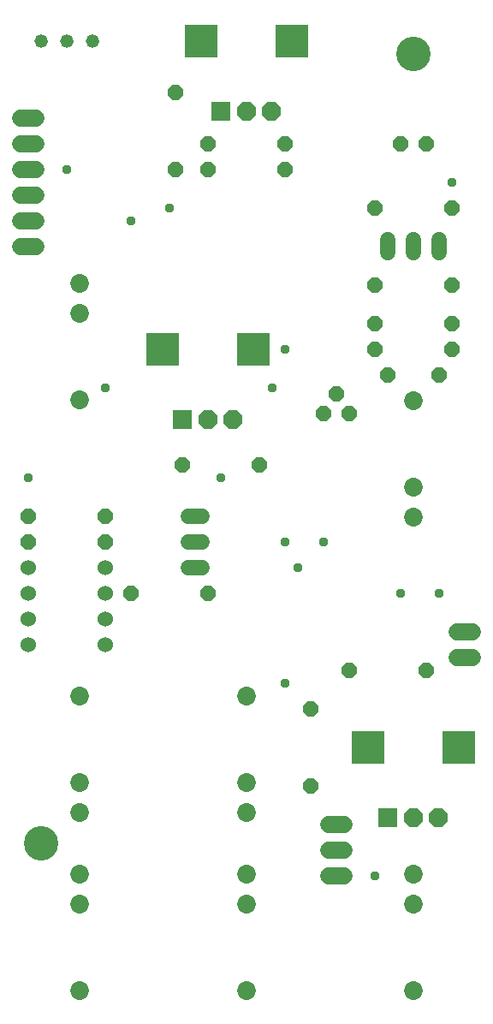
<source format=gbr>
G04 EAGLE Gerber RS-274X export*
G75*
%MOMM*%
%FSLAX34Y34*%
%LPD*%
%INSoldermask Top*%
%IPPOS*%
%AMOC8*
5,1,8,0,0,1.08239X$1,22.5*%
G01*
%ADD10C,3.403600*%
%ADD11C,1.853200*%
%ADD12P,1.649562X8X202.500000*%
%ADD13C,1.524000*%
%ADD14C,1.524000*%
%ADD15R,1.879600X1.879600*%
%ADD16P,2.034460X8X292.500000*%
%ADD17R,3.319200X3.319200*%
%ADD18P,1.649562X8X22.500000*%
%ADD19P,1.649562X8X112.500000*%
%ADD20C,1.320800*%
%ADD21C,1.727200*%
%ADD22C,0.959600*%


D10*
X38100Y171450D03*
X406400Y952500D03*
D11*
X406400Y608800D03*
X406400Y523800D03*
X406400Y493800D03*
D12*
X419100Y342900D03*
X342900Y342900D03*
D13*
X101600Y368300D03*
X101600Y393700D03*
X25400Y393700D03*
X25400Y368300D03*
X101600Y419100D03*
X101600Y444500D03*
X25400Y419100D03*
X25400Y444500D03*
D14*
X183896Y495300D02*
X197104Y495300D01*
X197104Y444500D02*
X183896Y444500D01*
X183896Y469900D02*
X197104Y469900D01*
D15*
X381400Y196700D03*
D16*
X406400Y196700D03*
X431400Y196700D03*
D17*
X451400Y266700D03*
X361400Y266700D03*
D14*
X381000Y755396D02*
X381000Y768604D01*
X431800Y768604D02*
X431800Y755396D01*
X406400Y755396D02*
X406400Y768604D01*
D18*
X393700Y863600D03*
X419100Y863600D03*
D19*
X304800Y228600D03*
X304800Y304800D03*
D18*
X317500Y596900D03*
X330200Y615950D03*
X342900Y596900D03*
D12*
X431800Y635000D03*
X381000Y635000D03*
X444500Y660400D03*
X368300Y660400D03*
X444500Y685800D03*
X368300Y685800D03*
D18*
X127000Y419100D03*
X203200Y419100D03*
D12*
X101600Y469900D03*
X25400Y469900D03*
D18*
X368300Y723900D03*
X444500Y723900D03*
X25400Y495300D03*
X101600Y495300D03*
X203200Y838200D03*
X279400Y838200D03*
D19*
X171450Y838200D03*
X171450Y914400D03*
D12*
X254000Y546100D03*
X177800Y546100D03*
D15*
X216300Y895200D03*
D16*
X241300Y895200D03*
X266300Y895200D03*
D17*
X286300Y965200D03*
X196300Y965200D03*
D18*
X203200Y863600D03*
X279400Y863600D03*
D20*
X88900Y965200D03*
X63500Y965200D03*
X38100Y965200D03*
D11*
X76200Y610400D03*
X76200Y695400D03*
X76200Y725400D03*
D15*
X178200Y590400D03*
D16*
X203200Y590400D03*
X228200Y590400D03*
D17*
X248200Y660400D03*
X158200Y660400D03*
D12*
X444500Y800100D03*
X368300Y800100D03*
D11*
X406400Y26200D03*
X406400Y111200D03*
X406400Y141200D03*
X76200Y316700D03*
X76200Y231700D03*
X76200Y201700D03*
X241300Y316700D03*
X241300Y231700D03*
X241300Y201700D03*
X76200Y26200D03*
X76200Y111200D03*
X76200Y141200D03*
D21*
X322580Y190500D02*
X337820Y190500D01*
X337820Y165100D02*
X322580Y165100D01*
X322580Y139700D02*
X337820Y139700D01*
D11*
X241300Y26200D03*
X241300Y111200D03*
X241300Y141200D03*
D21*
X449580Y355600D02*
X464820Y355600D01*
X464820Y381000D02*
X449580Y381000D01*
X33020Y762000D02*
X17780Y762000D01*
X17780Y787400D02*
X33020Y787400D01*
X33020Y812800D02*
X17780Y812800D01*
X17780Y838200D02*
X33020Y838200D01*
X33020Y863600D02*
X17780Y863600D01*
X17780Y889000D02*
X33020Y889000D01*
D22*
X279400Y330200D03*
X292100Y444500D03*
X431800Y419100D03*
X279400Y660400D03*
X279400Y469900D03*
X317500Y469900D03*
X165100Y800100D03*
X393700Y419100D03*
X368300Y139700D03*
X444500Y825500D03*
X127000Y787400D03*
X266700Y622300D03*
X101600Y622300D03*
X63500Y838200D03*
X25400Y533400D03*
X215900Y533400D03*
M02*

</source>
